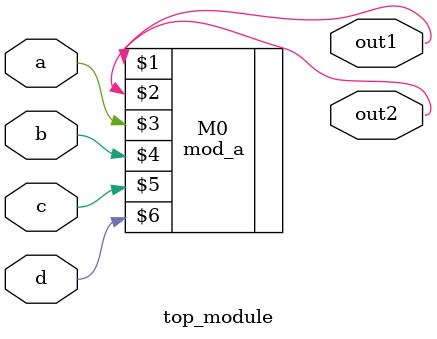
<source format=v>
module top_module (
  input a,
  input b,
  input c,
  input d,
  output out1,
  output out2);

  mod_a M0 (out1,out2,a,b,c,d);
  
endmodule

</source>
